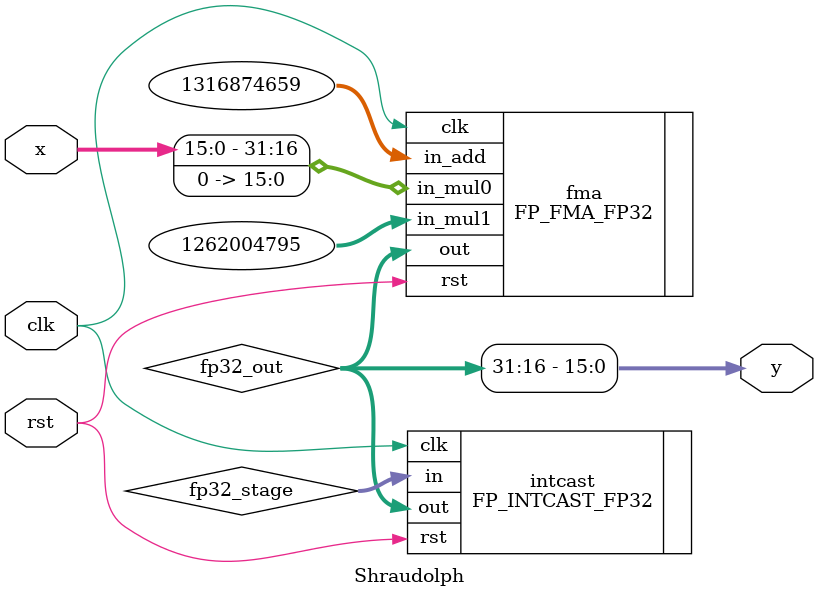
<source format=v>
module Shraudolph(
    input clk,
    input rst,
    input [15:0] x,
    output [15:0] y
);

wire [31:0] fp32_out;
FP_FMA_FP32 fma(
    .clk(clk),
    .rst(rst),
    .in_mul0({x, 16'h0}),
    .in_mul1(32'h4b38aa3b),
    .in_add(32'h4e7de9a3),
    .out(fp32_out)
);

reg [31:0] fp32_stage;
wire [31:0] fp32_out;
FP_INTCAST_FP32 intcast(
    .clk(clk),
    .rst(rst),
    .in(fp32_stage),
    .out(fp32_out)
);

assign y = fp32_out[31:16];

endmodule
</source>
